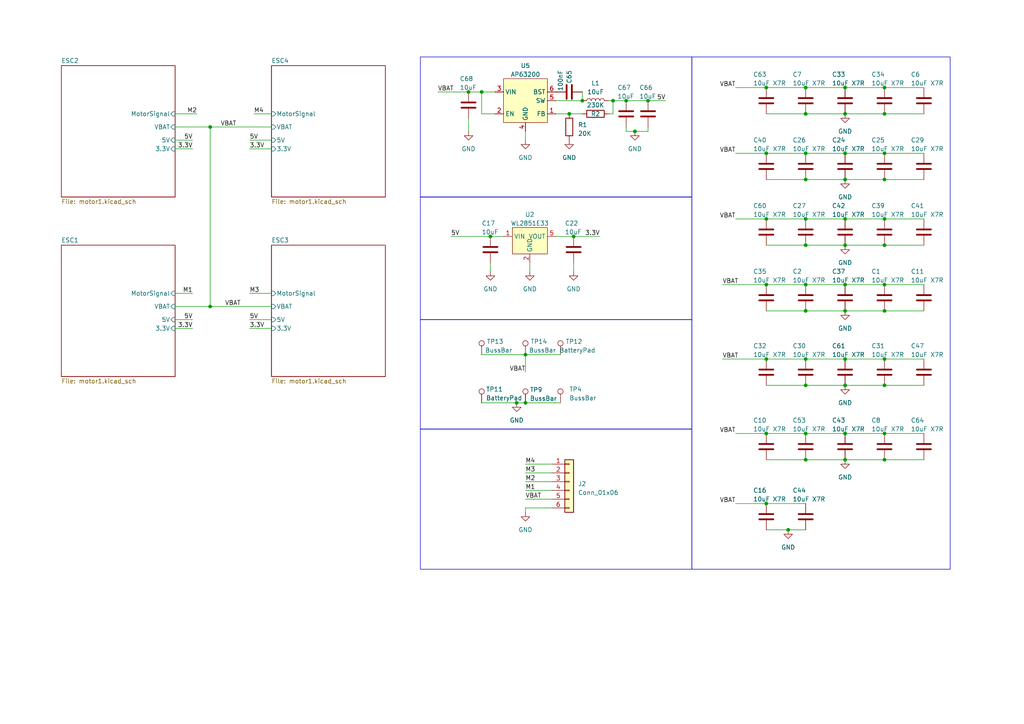
<source format=kicad_sch>
(kicad_sch (version 20230121) (generator eeschema)
  (paper "A4")
  (title_block (title "OpenHW_Findland_ESC") (date "2023-05-24") (rev "${revision}"))
  (lib_symbols
    (symbol "Connector:TestPoint" (pin_numbers hide) (pin_names (offset 0.762) hide)
      (property "Reference" "TP" (at 0 6.858 0))
      (property "Value" "TestPoint" (at 0 5.08 0))
      (symbol "TestPoint_0_1"
        (circle (center 0 3.302) (radius 0.762))
      )
      (symbol "TestPoint_1_1"
        (pin passive line (at 0 0 90) (length 2.54) (name "1") (number "1"))
      )
    )
    (symbol "Connector_Generic:Conn_01x06" (pin_names (offset 1.016) hide)
      (property "Reference" "J" (at 0 7.62 0))
      (property "Value" "Conn_01x06" (at 0 -10.16 0))
      (symbol "Conn_01x06_1_1"
        (rectangle (start -1.27 -7.493) (end 0 -7.747) (stroke (width 0.1524)))
        (rectangle (start -1.27 -4.953) (end 0 -5.207) (stroke (width 0.1524)))
        (rectangle (start -1.27 -2.413) (end 0 -2.667) (stroke (width 0.1524)))
        (rectangle (start -1.27 0.127) (end 0 -0.127) (stroke (width 0.1524)))
        (rectangle (start -1.27 2.667) (end 0 2.413) (stroke (width 0.1524)))
        (rectangle (start -1.27 5.207) (end 0 4.953) (stroke (width 0.1524)))
        (rectangle (start -1.27 6.35) (end 1.27 -8.89) (stroke (width 0.254)) (fill (type background)))
        (pin passive line (at -5.08 5.08 0) (length 3.81) (name "Pin_1") (number "1"))
        (pin passive line (at -5.08 2.54 0) (length 3.81) (name "Pin_2") (number "2"))
        (pin passive line (at -5.08 0 0) (length 3.81) (name "Pin_3") (number "3"))
        (pin passive line (at -5.08 -2.54 0) (length 3.81) (name "Pin_4") (number "4"))
        (pin passive line (at -5.08 -5.08 0) (length 3.81) (name "Pin_5") (number "5"))
        (pin passive line (at -5.08 -7.62 0) (length 3.81) (name "Pin_6") (number "6"))
      )
    )
    (symbol "Device:C" (pin_numbers hide) (pin_names (offset 0.254))
      (property "Reference" "C" (at 0.635 2.54 0))
      (property "Value" "C" (at 0.635 -2.54 0))
      (symbol "C_0_1"
        (polyline (pts (xy -2.032 -0.762) (xy 2.032 -0.762)) (stroke (width 0.508)))
        (polyline (pts (xy -2.032 0.762) (xy 2.032 0.762)) (stroke (width 0.508)))
      )
      (symbol "C_1_1"
        (pin passive line (at 0 3.81 270) (length 2.794) (name "~") (number "1"))
        (pin passive line (at 0 -3.81 90) (length 2.794) (name "~") (number "2"))
      )
    )
    (symbol "Device:L" (pin_numbers hide) (pin_names (offset 1.016) hide)
      (property "Reference" "L" (at -1.27 0 90))
      (property "Value" "L" (at 1.905 0 90))
      (symbol "L_0_1"
        (arc (start 0 -2.54) (mid 0.6323 -1.905) (end 0 -1.27))
        (arc (start 0 -1.27) (mid 0.6323 -0.635) (end 0 0))
        (arc (start 0 0) (mid 0.6323 0.635) (end 0 1.27))
        (arc (start 0 1.27) (mid 0.6323 1.905) (end 0 2.54))
      )
      (symbol "L_1_1"
        (pin passive line (at 0 3.81 270) (length 1.27) (name "1") (number "1"))
        (pin passive line (at 0 -3.81 90) (length 1.27) (name "2") (number "2"))
      )
    )
    (symbol "Device:R" (pin_numbers hide) (pin_names (offset 0))
      (property "Reference" "R" (at 2.032 0 90))
      (property "Value" "R" (at 0 0 90))
      (symbol "R_0_1"
        (rectangle (start -1.016 -2.54) (end 1.016 2.54) (stroke (width 0.254)))
      )
      (symbol "R_1_1"
        (pin passive line (at 0 3.81 270) (length 1.27) (name "~") (number "1"))
        (pin passive line (at 0 -3.81 90) (length 1.27) (name "~") (number "2"))
      )
    )
    (symbol "OpenHW:AP63200"
      (property "Reference" "U" (at 0 6.35 0))
      (property "Value" "AP63200" (at 0 3.81 0))
      (symbol "AP63200_1_0"
        (pin input line (at 8.89 -5.08 180) (length 2.54) (name "FB") (number "1"))
        (pin input line (at -8.89 -5.08 0) (length 2.54) (name "EN") (number "2"))
        (pin power_in line (at -8.89 1.27 0) (length 2.54) (name "VIN") (number "3"))
        (pin power_in line (at 0 -10.16 90) (length 2.54) (name "GND") (number "4"))
        (pin power_out line (at 8.89 -1.27 180) (length 2.54) (name "SW") (number "5"))
        (pin output line (at 8.89 1.27 180) (length 2.54) (name "BST") (number "6"))
      )
      (symbol "AP63200_1_1"
        (rectangle (start -6.35 5.08) (end 6.35 -7.62) (fill (type background)))
      )
    )
    (symbol "OpenHW:WL2851E33"
      (property "Reference" "U" (at 0 5.08 0))
      (property "Value" "WL2851E33" (at 0 0 0))
      (symbol "WL2851E33_1_0"
        (pin power_in line (at -7.62 1.27 0) (length 2.54) (name "VIN") (number "1"))
        (pin power_in line (at 0 -6.35 90) (length 2.54) (name "GND") (number "2"))
        (pin power_out line (at 7.62 1.27 180) (length 2.54) (name "VOUT") (number "5"))
      )
      (symbol "WL2851E33_1_1"
        (rectangle (start -5.08 3.81) (end 5.08 -3.81) (fill (type background)))
      )
    )
    (symbol "power:GND" (power) (pin_names (offset 0))
      (property "Value" "GND" (at 0 -3.81 0))
      (symbol "GND_0_1"
        (polyline (pts (xy 0 0) (xy 0 -1.27) (xy 1.27 -1.27) (xy 0 -2.54) (xy -1.27 -1.27) (xy 0 -1.27)))
      )
      (symbol "GND_1_1"
        (pin power_in line (at 0 0 270) (length 0) hide (name "GND") (number "1"))
      )
    )
  )
  (junction (at 168.91 29.21))
  (junction (at 222.25 125.73))
  (junction (at 233.68 25.4))
  (junction (at 245.11 133.35))
  (junction (at 245.11 104.14))
  (junction (at 233.68 104.14))
  (junction (at 233.68 133.35))
  (junction (at 245.11 52.07))
  (junction (at 256.54 82.55))
  (junction (at 139.7 26.67))
  (junction (at 245.11 90.17))
  (junction (at 222.25 104.14))
  (junction (at 256.54 71.12))
  (junction (at 256.54 25.4))
  (junction (at 228.6 153.67))
  (junction (at 60.96 88.9))
  (junction (at 166.37 68.58))
  (junction (at 222.25 25.4))
  (junction (at 187.96 29.21))
  (junction (at 256.54 90.17))
  (junction (at 245.11 125.73))
  (junction (at 233.68 90.17))
  (junction (at 222.25 44.45))
  (junction (at 233.68 125.73))
  (junction (at 256.54 125.73))
  (junction (at 245.11 44.45))
  (junction (at 233.68 33.02))
  (junction (at 245.11 82.55))
  (junction (at 152.4 102.87))
  (junction (at 135.89 26.67))
  (junction (at 222.25 146.05))
  (junction (at 184.15 38.1))
  (junction (at 177.8 29.21))
  (junction (at 165.1 33.02))
  (junction (at 256.54 133.35))
  (junction (at 256.54 104.14))
  (junction (at 233.68 111.76))
  (junction (at 245.11 25.4))
  (junction (at 222.25 63.5))
  (junction (at 233.68 82.55))
  (junction (at 256.54 63.5))
  (junction (at 233.68 71.12))
  (junction (at 149.86 116.84))
  (junction (at 142.24 68.58))
  (junction (at 245.11 33.02))
  (junction (at 233.68 52.07))
  (junction (at 245.11 63.5))
  (junction (at 256.54 111.76))
  (junction (at 60.96 36.83))
  (junction (at 152.4 116.84))
  (junction (at 245.11 71.12))
  (junction (at 256.54 33.02))
  (junction (at 245.11 111.76))
  (junction (at 181.61 29.21))
  (junction (at 233.68 63.5))
  (junction (at 256.54 44.45))
  (junction (at 222.25 82.55))
  (junction (at 256.54 52.07))
  (junction (at 233.68 44.45))
  (wire (pts (xy 256.54 33.02) (xy 267.97 33.02)))
  (wire (pts (xy 152.4 144.78) (xy 160.02 144.78)))
  (wire (pts (xy 152.4 142.24) (xy 160.02 142.24)))
  (wire (pts (xy 245.11 63.5) (xy 256.54 63.5)))
  (wire (pts (xy 181.61 29.21) (xy 187.96 29.21)))
  (wire (pts (xy 142.24 68.58) (xy 146.05 68.58)))
  (wire (pts (xy 72.39 92.71) (xy 78.74 92.71)))
  (wire (pts (xy 222.25 125.73) (xy 233.68 125.73)))
  (wire (pts (xy 256.54 104.14) (xy 267.97 104.14)))
  (wire (pts (xy 72.39 95.25) (xy 78.74 95.25)))
  (wire (pts (xy 152.4 139.7) (xy 160.02 139.7)))
  (wire (pts (xy 233.68 90.17) (xy 245.11 90.17)))
  (wire (pts (xy 139.7 26.67) (xy 143.51 26.67)))
  (wire (pts (xy 256.54 90.17) (xy 267.97 90.17)))
  (wire (pts (xy 50.8 40.64) (xy 55.88 40.64)))
  (wire (pts (xy 233.68 125.73) (xy 245.11 125.73)))
  (wire (pts (xy 181.61 38.1) (xy 181.61 36.83)))
  (wire (pts (xy 245.11 44.45) (xy 256.54 44.45)))
  (wire (pts (xy 245.11 71.12) (xy 256.54 71.12)))
  (wire (pts (xy 50.8 95.25) (xy 55.88 95.25)))
  (wire (pts (xy 152.4 102.87) (xy 162.56 102.87)))
  (wire (pts (xy 233.68 63.5) (xy 245.11 63.5)))
  (wire (pts (xy 245.11 25.4) (xy 256.54 25.4)))
  (wire (pts (xy 222.25 153.67) (xy 228.6 153.67)))
  (wire (pts (xy 222.25 25.4) (xy 213.36 25.4)))
  (wire (pts (xy 57.15 33.02) (xy 50.8 33.02)))
  (wire (pts (xy 130.81 68.58) (xy 142.24 68.58)))
  (wire (pts (xy 187.96 38.1) (xy 184.15 38.1)))
  (wire (pts (xy 166.37 68.58) (xy 173.99 68.58)))
  (wire (pts (xy 176.53 33.02) (xy 177.8 33.02)))
  (wire (pts (xy 152.4 147.32) (xy 152.4 148.59)))
  (wire (pts (xy 233.68 104.14) (xy 245.11 104.14)))
  (wire (pts (xy 222.25 63.5) (xy 233.68 63.5)))
  (wire (pts (xy 50.8 43.18) (xy 55.88 43.18)))
  (wire (pts (xy 177.8 33.02) (xy 177.8 29.21)))
  (wire (pts (xy 60.96 36.83) (xy 78.74 36.83)))
  (wire (pts (xy 168.91 29.21) (xy 161.29 29.21)))
  (wire (pts (xy 165.1 33.02) (xy 168.91 33.02)))
  (wire (pts (xy 228.6 153.67) (xy 233.68 153.67)))
  (wire (pts (xy 152.4 116.84) (xy 162.56 116.84)))
  (wire (pts (xy 50.8 88.9) (xy 60.96 88.9)))
  (wire (pts (xy 256.54 25.4) (xy 267.97 25.4)))
  (wire (pts (xy 222.25 82.55) (xy 233.68 82.55)))
  (wire (pts (xy 245.11 111.76) (xy 256.54 111.76)))
  (wire (pts (xy 213.36 63.5) (xy 222.25 63.5)))
  (wire (pts (xy 222.25 44.45) (xy 213.36 44.45)))
  (wire (pts (xy 161.29 68.58) (xy 166.37 68.58)))
  (wire (pts (xy 78.74 33.02) (xy 73.66 33.02)))
  (wire (pts (xy 256.54 82.55) (xy 267.97 82.55)))
  (wire (pts (xy 50.8 92.71) (xy 55.88 92.71)))
  (wire (pts (xy 233.68 44.45) (xy 245.11 44.45)))
  (wire (pts (xy 50.8 36.83) (xy 60.96 36.83)))
  (wire (pts (xy 72.39 85.09) (xy 78.74 85.09)))
  (wire (pts (xy 245.11 125.73) (xy 256.54 125.73)))
  (wire (pts (xy 245.11 90.17) (xy 256.54 90.17)))
  (wire (pts (xy 233.68 33.02) (xy 245.11 33.02)))
  (wire (pts (xy 166.37 78.74) (xy 166.37 76.2)))
  (wire (pts (xy 209.55 104.14) (xy 222.25 104.14)))
  (wire (pts (xy 256.54 111.76) (xy 267.97 111.76)))
  (wire (pts (xy 233.68 111.76) (xy 245.11 111.76)))
  (wire (pts (xy 222.25 52.07) (xy 233.68 52.07)))
  (wire (pts (xy 222.25 146.05) (xy 233.68 146.05)))
  (wire (pts (xy 222.25 111.76) (xy 233.68 111.76)))
  (wire (pts (xy 152.4 134.62) (xy 160.02 134.62)))
  (wire (pts (xy 135.89 34.29) (xy 135.89 38.1)))
  (wire (pts (xy 139.7 102.87) (xy 152.4 102.87)))
  (wire (pts (xy 72.39 43.18) (xy 78.74 43.18)))
  (wire (pts (xy 152.4 137.16) (xy 160.02 137.16)))
  (wire (pts (xy 127 26.67) (xy 135.89 26.67)))
  (wire (pts (xy 209.55 82.55) (xy 222.25 82.55)))
  (wire (pts (xy 245.11 52.07) (xy 256.54 52.07)))
  (wire (pts (xy 222.25 133.35) (xy 233.68 133.35)))
  (wire (pts (xy 233.68 71.12) (xy 245.11 71.12)))
  (wire (pts (xy 139.7 116.84) (xy 149.86 116.84)))
  (wire (pts (xy 233.68 82.55) (xy 245.11 82.55)))
  (wire (pts (xy 168.91 26.67) (xy 168.91 29.21)))
  (wire (pts (xy 152.4 147.32) (xy 160.02 147.32)))
  (wire (pts (xy 222.25 33.02) (xy 233.68 33.02)))
  (wire (pts (xy 152.4 102.87) (xy 152.4 107.95)))
  (wire (pts (xy 177.8 29.21) (xy 181.61 29.21)))
  (wire (pts (xy 50.8 85.09) (xy 55.88 85.09)))
  (wire (pts (xy 233.68 52.07) (xy 245.11 52.07)))
  (wire (pts (xy 245.11 82.55) (xy 256.54 82.55)))
  (wire (pts (xy 222.25 90.17) (xy 233.68 90.17)))
  (wire (pts (xy 152.4 40.64) (xy 152.4 38.1)))
  (wire (pts (xy 60.96 88.9) (xy 78.74 88.9)))
  (wire (pts (xy 245.11 33.02) (xy 256.54 33.02)))
  (wire (pts (xy 222.25 44.45) (xy 233.68 44.45)))
  (wire (pts (xy 256.54 125.73) (xy 267.97 125.73)))
  (wire (pts (xy 256.54 52.07) (xy 267.97 52.07)))
  (wire (pts (xy 184.15 38.1) (xy 181.61 38.1)))
  (wire (pts (xy 142.24 76.2) (xy 142.24 78.74)))
  (wire (pts (xy 161.29 33.02) (xy 165.1 33.02)))
  (wire (pts (xy 149.86 116.84) (xy 152.4 116.84)))
  (wire (pts (xy 176.53 29.21) (xy 177.8 29.21)))
  (wire (pts (xy 256.54 44.45) (xy 267.97 44.45)))
  (wire (pts (xy 222.25 125.73) (xy 213.36 125.73)))
  (wire (pts (xy 187.96 36.83) (xy 187.96 38.1)))
  (wire (pts (xy 135.89 26.67) (xy 139.7 26.67)))
  (wire (pts (xy 233.68 133.35) (xy 245.11 133.35)))
  (wire (pts (xy 256.54 71.12) (xy 267.97 71.12)))
  (wire (pts (xy 187.96 29.21) (xy 193.04 29.21)))
  (wire (pts (xy 72.39 40.64) (xy 78.74 40.64)))
  (wire (pts (xy 245.11 133.35) (xy 256.54 133.35)))
  (wire (pts (xy 153.67 76.2) (xy 153.67 78.74)))
  (wire (pts (xy 245.11 104.14) (xy 256.54 104.14)))
  (wire (pts (xy 143.51 33.02) (xy 139.7 33.02)))
  (wire (pts (xy 222.25 104.14) (xy 233.68 104.14)))
  (wire (pts (xy 233.68 25.4) (xy 245.11 25.4)))
  (wire (pts (xy 222.25 146.05) (xy 213.36 146.05)))
  (wire (pts (xy 222.25 25.4) (xy 233.68 25.4)))
  (wire (pts (xy 256.54 63.5) (xy 267.97 63.5)))
  (wire (pts (xy 139.7 33.02) (xy 139.7 26.67)))
  (wire (pts (xy 256.54 133.35) (xy 267.97 133.35)))
  (wire (pts (xy 222.25 71.12) (xy 233.68 71.12)))
  (wire (pts (xy 60.96 88.9) (xy 60.96 36.83)))
  (rectangle (start 121.92 57.15) (end 200.66 92.71))
  (rectangle (start 121.92 16.51) (end 200.66 57.15))
  (rectangle (start 200.66 16.51) (end 275.59 165.1))
  (rectangle (start 121.92 124.46) (end 200.66 165.1))
  (rectangle (start 121.92 92.71) (end 200.66 124.46))
  (label "VBAT" (at 213.36 25.4 180))
  (label "VBAT" (at 213.36 125.73 180))
  (label "5V" (at 72.39 40.64 0))
  (label "M1" (at 55.88 85.09 180))
  (label "VBAT" (at 209.55 82.55 0))
  (label "M2" (at 57.15 33.02 180))
  (label "3.3V" (at 55.88 95.25 180))
  (label "VBAT" (at 213.36 146.05 180))
  (label "VBAT" (at 127 26.67 0))
  (label "3.3V" (at 72.39 95.25 0))
  (label "VBAT" (at 69.85 88.9 180))
  (label "VBAT" (at 152.4 107.95 180))
  (label "5V" (at 72.39 92.71 0))
  (label "VBAT" (at 213.36 44.45 180))
  (label "3.3V" (at 173.99 68.58 180))
  (label "VBAT" (at 209.55 104.14 0))
  (label "3.3V" (at 55.88 43.18 180))
  (label "5V" (at 193.04 29.21 180))
  (label "VBAT" (at 68.58 36.83 180))
  (label "5V" (at 55.88 40.64 180))
  (label "M2" (at 152.4 139.7 0))
  (label "3.3V" (at 72.39 43.18 0))
  (label "M4" (at 73.66 33.02 0))
  (label "M3" (at 152.4 137.16 0))
  (label "VBAT" (at 213.36 63.5 180))
  (label "5V" (at 55.88 92.71 180))
  (label "M3" (at 72.39 85.09 0))
  (label "M1" (at 152.4 142.24 0))
  (label "M4" (at 152.4 134.62 0))
  (label "5V" (at 130.81 68.58 0))
  (label "VBAT" (at 152.4 144.78 0))
  (symbol (lib_id "power:GND") (at 228.6 153.67 0) (unit 1)
    (property "Reference" "#PWR059" (effects hide))
    (property "Value" "GND" (at 228.6 158.75 0))
  )
  (symbol (lib_id "Device:C") (at 245.11 129.54 0) (unit 1)
    (property "Reference" "C43" (at 241.3 121.92 0) (effects (justify left)))
    (property "Value" "10uF X7R" (at 241.3 124.46 0) (effects (justify left)))
    (property "Footprint" "OpenHW:C_1206_Slim" (effects hide))
  )
  (symbol (lib_id "OpenHW:WL2851E33") (at 153.67 69.85 0) (unit 1)
    (property "Reference" "U2" (at 153.67 62.23 0))
    (property "Value" "WL2851E33" (at 153.67 64.77 0))
    (property "Footprint" "OpenHW:SOT-23-5" (effects hide))
    (property "Datasheet" "https://datasheet.lcsc.com/lcsc/1912260914_WILLSEMI-Will-Semicon-WL2851E33-5-TR_C467852.pdf" (effects hide))
    (property "LCSC" "https://www.lcsc.com/product-detail/Linear-Voltage-Regulators-LDO_WILLSEMI-Will-Semicon-WL2851E33-5-TR_C467852.html" (effects hide))
  )
  (symbol (lib_id "Device:C") (at 267.97 129.54 0) (unit 1)
    (property "Reference" "C64" (at 264.16 121.92 0) (effects (justify left)))
    (property "Value" "10uF X7R" (at 264.16 124.46 0) (effects (justify left)))
    (property "Footprint" "OpenHW:C_1206_Slim" (effects hide))
  )
  (symbol (lib_id "Device:C") (at 222.25 67.31 0) (unit 1)
    (property "Reference" "C60" (at 218.44 59.69 0) (effects (justify left)))
    (property "Value" "10uF X7R" (at 218.44 62.23 0) (effects (justify left)))
    (property "Footprint" "OpenHW:C_1206_Slim" (effects hide))
  )
  (symbol (lib_id "Connector:TestPoint") (at 162.56 102.87 0) (mirror y) (unit 1) (in_bom no)
    (property "Reference" "TP12" (at 168.91 99.06 0) (effects (justify left)))
    (property "Value" "BatteryPad" (at 172.72 101.6 0) (effects (justify left)))
    (property "Footprint" "OpenHW:BatteryPad" (effects hide))
  )
  (symbol (lib_id "Device:C") (at 267.97 29.21 0) (unit 1)
    (property "Reference" "C6" (at 264.16 21.59 0) (effects (justify left)))
    (property "Value" "10uF X7R" (at 264.16 24.13 0) (effects (justify left)))
    (property "Footprint" "OpenHW:C_1206_Slim" (effects hide))
  )
  (symbol (lib_id "Device:C") (at 222.25 149.86 0) (unit 1)
    (property "Reference" "C16" (at 218.44 142.24 0) (effects (justify left)))
    (property "Value" "10uF X7R" (at 218.44 144.78 0) (effects (justify left)))
    (property "Footprint" "OpenHW:C_1206_Slim" (effects hide))
  )
  (symbol (lib_id "Device:C") (at 222.25 48.26 0) (unit 1)
    (property "Reference" "C40" (at 218.44 40.64 0) (effects (justify left)))
    (property "Value" "10uF X7R" (at 218.44 43.18 0) (effects (justify left)))
    (property "Footprint" "OpenHW:C_1206_Slim" (effects hide))
  )
  (symbol (lib_id "Device:C") (at 233.68 67.31 0) (unit 1)
    (property "Reference" "C27" (at 229.87 59.69 0) (effects (justify left)))
    (property "Value" "10uF X7R" (at 229.87 62.23 0) (effects (justify left)))
    (property "Footprint" "OpenHW:C_1206_Slim" (effects hide))
  )
  (symbol (lib_id "Device:C") (at 245.11 29.21 0) (unit 1)
    (property "Reference" "C33" (at 241.3 21.59 0) (effects (justify left)))
    (property "Value" "10uF X7R" (at 241.3 24.13 0) (effects (justify left)))
    (property "Footprint" "OpenHW:C_1206_Slim" (effects hide))
  )
  (symbol (lib_id "Device:C") (at 256.54 129.54 0) (unit 1)
    (property "Reference" "C8" (at 252.73 121.92 0) (effects (justify left)))
    (property "Value" "10uF X7R" (at 252.73 124.46 0) (effects (justify left)))
    (property "Footprint" "OpenHW:C_1206_Slim" (effects hide))
  )
  (symbol (lib_id "Device:C") (at 165.1 26.67 270) (unit 1)
    (property "Reference" "C65" (at 165.1 20.32 0) (effects (justify left)))
    (property "Value" "100nF" (at 162.56 20.32 0) (effects (justify left)))
    (property "Footprint" "Capacitor_SMD:C_0402_1005Metric" (effects hide))
  )
  (symbol (lib_id "Device:R") (at 172.72 33.02 270) (unit 1)
    (property "Reference" "R2" (at 172.72 33.02 90))
    (property "Value" "230K" (at 172.72 30.48 90))
    (property "Footprint" "Resistor_SMD:R_0402_1005Metric" (effects hide))
  )
  (symbol (lib_id "Device:C") (at 256.54 107.95 0) (unit 1)
    (property "Reference" "C31" (at 252.73 100.33 0) (effects (justify left)))
    (property "Value" "10uF X7R" (at 252.73 102.87 0) (effects (justify left)))
    (property "Footprint" "OpenHW:C_1206_Slim" (effects hide))
  )
  (symbol (lib_id "Device:R") (at 165.1 36.83 0) (unit 1)
    (property "Reference" "R1" (at 167.64 36.195 0) (effects (justify left)))
    (property "Value" "20K" (at 167.64 38.735 0) (effects (justify left)))
    (property "Footprint" "Resistor_SMD:R_0402_1005Metric" (effects hide))
  )
  (symbol (lib_id "power:GND") (at 245.11 52.07 0) (unit 1)
    (property "Reference" "#PWR055" (effects hide))
    (property "Value" "GND" (at 245.11 57.15 0))
  )
  (symbol (lib_id "Device:C") (at 245.11 48.26 0) (unit 1)
    (property "Reference" "C24" (at 241.3 40.64 0) (effects (justify left)))
    (property "Value" "10uF X7R" (at 241.3 43.18 0) (effects (justify left)))
    (property "Footprint" "OpenHW:C_1206_Slim" (effects hide))
  )
  (symbol (lib_id "power:GND") (at 153.67 78.74 0) (unit 1)
    (property "Reference" "#PWR050" (effects hide))
    (property "Value" "GND" (at 153.67 83.82 0))
  )
  (symbol (lib_id "Device:C") (at 135.89 30.48 0) (unit 1)
    (property "Reference" "C68" (at 133.35 22.86 0) (effects (justify left)))
    (property "Value" "10uF" (at 133.35 25.4 0) (effects (justify left)))
    (property "Footprint" "Capacitor_SMD:C_0603_1608Metric" (effects hide))
  )
  (symbol (lib_id "Connector:TestPoint") (at 152.4 116.84 0) (unit 1) (in_bom no)
    (property "Reference" "TP9" (at 153.67 113.03 0) (effects (justify left)))
    (property "Value" "BussBar" (at 153.67 115.57 0) (effects (justify left)))
    (property "Footprint" "OpenHW:2mmBussBar" (effects hide))
  )
  (symbol (lib_id "power:GND") (at 245.11 33.02 0) (unit 1)
    (property "Reference" "#PWR060" (effects hide))
    (property "Value" "GND" (at 245.11 38.1 0))
  )
  (symbol (lib_id "OpenHW:AP63200") (at 152.4 27.94 0) (unit 1)
    (property "Reference" "U5" (at 152.4 19.05 0))
    (property "Value" "AP63200" (at 152.4 21.59 0))
    (property "Footprint" "OpenHW:SOT-23-6" (effects hide))
    (property "Datasheet" "https://www.lcsc.com/datasheet/lcsc_datasheet_2210280930_Diodes-Incorporated-AP63205WU-7_C2071056.pdf" (effects hide))
    (property "LCSC" "https://www.lcsc.com/product-detail/DC-DC-Converters_Diodes-Incorporated-AP63200WU-7_C2071868.html" (effects hide))
  )
  (symbol (lib_id "Device:C") (at 256.54 29.21 0) (unit 1)
    (property "Reference" "C34" (at 252.73 21.59 0) (effects (justify left)))
    (property "Value" "10uF X7R" (at 252.73 24.13 0) (effects (justify left)))
    (property "Footprint" "OpenHW:C_1206_Slim" (effects hide))
  )
  (symbol (lib_id "Connector:TestPoint") (at 139.7 102.87 0) (mirror y) (unit 1) (in_bom no)
    (property "Reference" "TP13" (at 146.05 99.06 0) (effects (justify left)))
    (property "Value" "BussBar" (at 148.59 101.6 0) (effects (justify left)))
    (property "Footprint" "OpenHW:2mmBussBar" (effects hide))
  )
  (symbol (lib_id "Device:C") (at 166.37 72.39 0) (unit 1)
    (property "Reference" "C22" (at 163.83 64.77 0) (effects (justify left)))
    (property "Value" "10uF" (at 163.83 67.31 0) (effects (justify left)))
    (property "Footprint" "Capacitor_SMD:C_0603_1608Metric" (effects hide))
  )
  (symbol (lib_id "Device:C") (at 222.25 29.21 0) (unit 1)
    (property "Reference" "C63" (at 218.44 21.59 0) (effects (justify left)))
    (property "Value" "10uF X7R" (at 218.44 24.13 0) (effects (justify left)))
    (property "Footprint" "OpenHW:C_1206_Slim" (effects hide))
  )
  (symbol (lib_id "Device:C") (at 267.97 48.26 0) (unit 1)
    (property "Reference" "C29" (at 264.16 40.64 0) (effects (justify left)))
    (property "Value" "10uF X7R" (at 264.16 43.18 0) (effects (justify left)))
    (property "Footprint" "OpenHW:C_1206_Slim" (effects hide))
  )
  (symbol (lib_id "Device:C") (at 256.54 67.31 0) (unit 1)
    (property "Reference" "C39" (at 252.73 59.69 0) (effects (justify left)))
    (property "Value" "10uF X7R" (at 252.73 62.23 0) (effects (justify left)))
    (property "Footprint" "OpenHW:C_1206_Slim" (effects hide))
  )
  (symbol (lib_id "power:GND") (at 149.86 116.84 0) (unit 1)
    (property "Reference" "#PWR057" (effects hide))
    (property "Value" "GND" (at 149.86 121.92 0))
  )
  (symbol (lib_id "power:GND") (at 152.4 40.64 0) (unit 1)
    (property "Reference" "#PWR051" (effects hide))
    (property "Value" "GND" (at 152.4 45.72 0))
  )
  (symbol (lib_id "power:GND") (at 245.11 133.35 0) (unit 1)
    (property "Reference" "#PWR058" (effects hide))
    (property "Value" "GND" (at 245.11 138.43 0))
  )
  (symbol (lib_id "Connector_Generic:Conn_01x06") (at 165.1 139.7 0) (unit 1) (in_bom no)
    (property "Reference" "J2" (at 167.64 140.335 0) (effects (justify left)))
    (property "Value" "Conn_01x06" (at 167.64 142.875 0) (effects (justify left)))
    (property "Footprint" "OpenHW:PadsHole_1x06_P1.27mm" (effects hide))
  )
  (symbol (lib_id "power:GND") (at 184.15 38.1 0) (unit 1)
    (property "Reference" "#PWR062" (effects hide))
    (property "Value" "GND" (at 184.15 43.18 0))
  )
  (symbol (lib_id "Device:L") (at 172.72 29.21 90) (unit 1)
    (property "Reference" "L1" (at 172.72 24.13 90))
    (property "Value" "10uF" (at 172.72 26.67 90))
    (property "Footprint" "Capacitor_SMD:C_0805_2012Metric" (effects hide))
    (property "Datasheet" "https://www.lcsc.com/datasheet/lcsc_datasheet_1811141852_microgate-MGFL2012F100MT-LF_C281113.pdf" (effects hide))
    (property "LCSC" "https://www.lcsc.com/product-detail/Inductors-SMD_microgate-MGFL2012F100MT-LF_C281113.html" (effects hide))
  )
  (symbol (lib_id "Device:C") (at 233.68 86.36 0) (unit 1)
    (property "Reference" "C2" (at 229.87 78.74 0) (effects (justify left)))
    (property "Value" "10uF X7R" (at 229.87 81.28 0) (effects (justify left)))
    (property "Footprint" "OpenHW:C_1206_Slim" (effects hide))
  )
  (symbol (lib_id "Device:C") (at 233.68 29.21 0) (unit 1)
    (property "Reference" "C7" (at 229.87 21.59 0) (effects (justify left)))
    (property "Value" "10uF X7R" (at 229.87 24.13 0) (effects (justify left)))
    (property "Footprint" "OpenHW:C_1206_Slim" (effects hide))
  )
  (symbol (lib_id "Device:C") (at 245.11 107.95 0) (unit 1)
    (property "Reference" "C61" (at 241.3 100.33 0) (effects (justify left)))
    (property "Value" "10uF X7R" (at 241.3 102.87 0) (effects (justify left)))
    (property "Footprint" "OpenHW:C_1206_Slim" (effects hide))
  )
  (symbol (lib_id "power:GND") (at 166.37 78.74 0) (unit 1)
    (property "Reference" "#PWR049" (effects hide))
    (property "Value" "GND" (at 166.37 83.82 0))
  )
  (symbol (lib_id "Device:C") (at 267.97 107.95 0) (unit 1)
    (property "Reference" "C47" (at 264.16 100.33 0) (effects (justify left)))
    (property "Value" "10uF X7R" (at 264.16 102.87 0) (effects (justify left)))
    (property "Footprint" "OpenHW:C_1206_Slim" (effects hide))
  )
  (symbol (lib_id "power:GND") (at 135.89 38.1 0) (unit 1)
    (property "Reference" "#PWR052" (effects hide))
    (property "Value" "GND" (at 135.89 43.18 0))
  )
  (symbol (lib_id "Connector:TestPoint") (at 162.56 116.84 0) (unit 1) (in_bom no)
    (property "Reference" "TP4" (at 165.1 112.903 0) (effects (justify left)))
    (property "Value" "BussBar" (at 165.1 115.443 0) (effects (justify left)))
    (property "Footprint" "OpenHW:2mmBussBar" (effects hide))
  )
  (symbol (lib_id "power:GND") (at 245.11 90.17 0) (unit 1)
    (property "Reference" "#PWR053" (effects hide))
    (property "Value" "GND" (at 245.11 95.25 0))
  )
  (symbol (lib_id "Connector:TestPoint") (at 152.4 102.87 0) (mirror y) (unit 1) (in_bom no)
    (property "Reference" "TP14" (at 158.75 99.06 0) (effects (justify left)))
    (property "Value" "BussBar" (at 161.29 101.6 0) (effects (justify left)))
    (property "Footprint" "OpenHW:2mmBussBar" (effects hide))
  )
  (symbol (lib_id "power:GND") (at 245.11 71.12 0) (unit 1)
    (property "Reference" "#PWR054" (effects hide))
    (property "Value" "GND" (at 245.11 76.2 0))
  )
  (symbol (lib_id "Device:C") (at 233.68 129.54 0) (unit 1)
    (property "Reference" "C53" (at 229.87 121.92 0) (effects (justify left)))
    (property "Value" "10uF X7R" (at 229.87 124.46 0) (effects (justify left)))
    (property "Footprint" "OpenHW:C_1206_Slim" (effects hide))
  )
  (symbol (lib_id "Device:C") (at 256.54 48.26 0) (unit 1)
    (property "Reference" "C25" (at 252.73 40.64 0) (effects (justify left)))
    (property "Value" "10uF X7R" (at 252.73 43.18 0) (effects (justify left)))
    (property "Footprint" "OpenHW:C_1206_Slim" (effects hide))
  )
  (symbol (lib_id "Device:C") (at 222.25 86.36 0) (unit 1)
    (property "Reference" "C35" (at 218.44 78.74 0) (effects (justify left)))
    (property "Value" "10uF X7R" (at 218.44 81.28 0) (effects (justify left)))
    (property "Footprint" "OpenHW:C_1206_Slim" (effects hide))
  )
  (symbol (lib_id "Device:C") (at 245.11 86.36 0) (unit 1)
    (property "Reference" "C37" (at 241.3 78.74 0) (effects (justify left)))
    (property "Value" "10uF X7R" (at 241.3 81.28 0) (effects (justify left)))
    (property "Footprint" "OpenHW:C_1206_Slim" (effects hide))
  )
  (symbol (lib_id "Connector:TestPoint") (at 139.7 116.84 0) (unit 1) (in_bom no)
    (property "Reference" "TP11" (at 140.97 112.903 0) (effects (justify left)))
    (property "Value" "BatteryPad" (at 140.97 115.443 0) (effects (justify left)))
    (property "Footprint" "OpenHW:BatteryPad" (effects hide))
  )
  (symbol (lib_id "Device:C") (at 256.54 86.36 0) (unit 1)
    (property "Reference" "C1" (at 252.73 78.74 0) (effects (justify left)))
    (property "Value" "10uF X7R" (at 252.73 81.28 0) (effects (justify left)))
    (property "Footprint" "OpenHW:C_1206_Slim" (effects hide))
  )
  (symbol (lib_id "Device:C") (at 267.97 67.31 0) (unit 1)
    (property "Reference" "C41" (at 264.16 59.69 0) (effects (justify left)))
    (property "Value" "10uF X7R" (at 264.16 62.23 0) (effects (justify left)))
    (property "Footprint" "OpenHW:C_1206_Slim" (effects hide))
  )
  (symbol (lib_id "power:GND") (at 152.4 148.59 0) (unit 1)
    (property "Reference" "#PWR061" (effects hide))
    (property "Value" "GND" (at 152.4 153.67 0))
  )
  (symbol (lib_id "power:GND") (at 142.24 78.74 0) (unit 1)
    (property "Reference" "#PWR048" (effects hide))
    (property "Value" "GND" (at 142.24 83.82 0))
  )
  (symbol (lib_id "Device:C") (at 187.96 33.02 0) (unit 1)
    (property "Reference" "C66" (at 185.42 25.4 0) (effects (justify left)))
    (property "Value" "10uF" (at 185.42 27.94 0) (effects (justify left)))
    (property "Footprint" "Capacitor_SMD:C_0603_1608Metric" (effects hide))
  )
  (symbol (lib_id "Device:C") (at 233.68 107.95 0) (unit 1)
    (property "Reference" "C30" (at 229.87 100.33 0) (effects (justify left)))
    (property "Value" "10uF X7R" (at 229.87 102.87 0) (effects (justify left)))
    (property "Footprint" "OpenHW:C_1206_Slim" (effects hide))
  )
  (symbol (lib_id "Device:C") (at 181.61 33.02 0) (unit 1)
    (property "Reference" "C67" (at 179.07 25.4 0) (effects (justify left)))
    (property "Value" "10uF" (at 179.07 27.94 0) (effects (justify left)))
    (property "Footprint" "Capacitor_SMD:C_0603_1608Metric" (effects hide))
  )
  (symbol (lib_id "power:GND") (at 245.11 111.76 0) (unit 1)
    (property "Reference" "#PWR056" (effects hide))
    (property "Value" "GND" (at 245.11 116.84 0))
  )
  (symbol (lib_id "Device:C") (at 267.97 86.36 0) (unit 1)
    (property "Reference" "C11" (at 264.16 78.74 0) (effects (justify left)))
    (property "Value" "10uF X7R" (at 264.16 81.28 0) (effects (justify left)))
    (property "Footprint" "OpenHW:C_1206_Slim" (effects hide))
  )
  (symbol (lib_id "power:GND") (at 165.1 40.64 0) (unit 1)
    (property "Reference" "#PWR045" (effects hide))
    (property "Value" "GND" (at 165.1 45.72 0))
  )
  (symbol (lib_id "Device:C") (at 222.25 107.95 0) (unit 1)
    (property "Reference" "C32" (at 218.44 100.33 0) (effects (justify left)))
    (property "Value" "10uF X7R" (at 218.44 102.87 0) (effects (justify left)))
    (property "Footprint" "OpenHW:C_1206_Slim" (effects hide))
  )
  (symbol (lib_id "Device:C") (at 233.68 48.26 0) (unit 1)
    (property "Reference" "C26" (at 229.87 40.64 0) (effects (justify left)))
    (property "Value" "10uF X7R" (at 229.87 43.18 0) (effects (justify left)))
    (property "Footprint" "OpenHW:C_1206_Slim" (effects hide))
  )
  (symbol (lib_id "Device:C") (at 233.68 149.86 0) (unit 1)
    (property "Reference" "C44" (at 229.87 142.24 0) (effects (justify left)))
    (property "Value" "10uF X7R" (at 229.87 144.78 0) (effects (justify left)))
    (property "Footprint" "OpenHW:C_1206_Slim" (effects hide))
  )
  (symbol (lib_id "Device:C") (at 245.11 67.31 0) (unit 1)
    (property "Reference" "C42" (at 241.3 59.69 0) (effects (justify left)))
    (property "Value" "10uF X7R" (at 241.3 62.23 0) (effects (justify left)))
    (property "Footprint" "OpenHW:C_1206_Slim" (effects hide))
  )
  (symbol (lib_id "Device:C") (at 142.24 72.39 0) (unit 1)
    (property "Reference" "C17" (at 139.7 64.77 0) (effects (justify left)))
    (property "Value" "10uF" (at 139.7 67.31 0) (effects (justify left)))
    (property "Footprint" "Capacitor_SMD:C_0603_1608Metric" (effects hide))
  )
  (symbol (lib_id "Device:C") (at 222.25 129.54 0) (unit 1)
    (property "Reference" "C10" (at 218.44 121.92 0) (effects (justify left)))
    (property "Value" "10uF X7R" (at 218.44 124.46 0) (effects (justify left)))
    (property "Footprint" "OpenHW:C_1206_Slim" (effects hide))
  )
  (sheet (at 17.78 71.12) (size 33.02 38.1) (stroke (width 0.1524))
    (property "Sheetname" "ESC1" (at 17.78 70.4084 0) (effects (justify left bottom)))
    (property "Sheetfile" "motor1.kicad_sch" (at 17.78 109.8046 0) (effects (justify left top)))
    (pin "VBAT" input (at 50.8 88.9 0))
    (pin "MotorSignal" input (at 50.8 85.09 0))
    (pin "5V" input (at 50.8 92.71 0))
    (pin "3.3V" input (at 50.8 95.25 0))
  )
  (sheet (at 17.78 19.05) (size 33.02 38.1) (stroke (width 0.1524))
    (property "Sheetname" "ESC2" (at 17.78 18.3384 0) (effects (justify left bottom)))
    (property "Sheetfile" "motor1.kicad_sch" (at 17.78 57.7346 0) (effects (justify left top)))
    (pin "VBAT" input (at 50.8 36.83 0))
    (pin "MotorSignal" input (at 50.8 33.02 0))
    (pin "5V" input (at 50.8 40.64 0))
    (pin "3.3V" input (at 50.8 43.18 0))
  )
  (sheet (at 78.74 19.05) (size 33.02 38.1) (stroke (width 0.1524))
    (property "Sheetname" "ESC4" (at 78.74 18.3384 0) (effects (justify left bottom)))
    (property "Sheetfile" "motor1.kicad_sch" (at 78.74 57.7346 0) (effects (justify left top)))
    (pin "VBAT" input (at 78.74 36.83 180))
    (pin "MotorSignal" input (at 78.74 33.02 180))
    (pin "5V" input (at 78.74 40.64 180))
    (pin "3.3V" input (at 78.74 43.18 180))
  )
  (sheet (at 78.74 71.12) (size 33.02 38.1) (stroke (width 0.1524))
    (property "Sheetname" "ESC3" (at 78.74 70.4084 0) (effects (justify left bottom)))
    (property "Sheetfile" "motor1.kicad_sch" (at 78.74 109.8046 0) (effects (justify left top)))
    (pin "VBAT" input (at 78.74 88.9 180))
    (pin "MotorSignal" input (at 78.74 85.09 180))
    (pin "5V" input (at 78.74 92.71 180))
    (pin "3.3V" input (at 78.74 95.25 180))
  )
)
</source>
